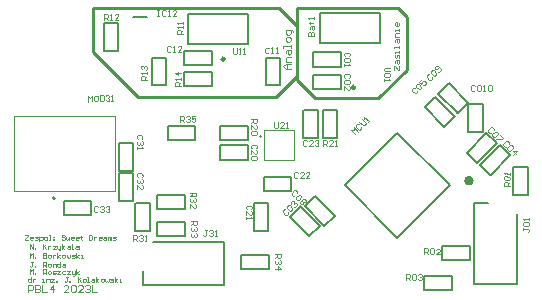
<source format=gto>
G04*
G04 #@! TF.GenerationSoftware,Altium Limited,Altium Designer,23.2.1 (34)*
G04*
G04 Layer_Color=65535*
%FSLAX44Y44*%
%MOMM*%
G71*
G04*
G04 #@! TF.SameCoordinates,05CDDFFE-BE6F-44C6-A9DB-1EEE65DF1ECD*
G04*
G04*
G04 #@! TF.FilePolarity,Positive*
G04*
G01*
G75*
%ADD10C,0.4000*%
%ADD11C,0.2000*%
%ADD12C,0.2500*%
%ADD13C,0.1524*%
%ADD14C,0.1500*%
%ADD15C,0.1000*%
%ADD16C,0.2540*%
D10*
X395138Y101848D02*
G03*
X395138Y101848I-2000J0D01*
G01*
D11*
X40530Y86790D02*
G03*
X42530Y86790I1000J0D01*
G01*
D02*
G03*
X40530Y86790I-1000J0D01*
G01*
X332504Y53234D02*
X377052Y97782D01*
X287956D02*
X332504Y53234D01*
X287956Y97782D02*
X332504Y142330D01*
X377052Y97782D01*
X433440Y14010D02*
Y73660D01*
X397140Y14010D02*
X433440D01*
X397140Y82510D02*
X397140Y14010D01*
X397140Y82510D02*
X408940D01*
X125730Y49900D02*
X185380D01*
Y13600D02*
Y49900D01*
X116880Y13600D02*
X185380D01*
X116880D02*
Y25400D01*
X108960Y240600D02*
X120960D01*
X154940Y217170D02*
X205740D01*
Y242570D01*
X154940D02*
X205740D01*
X154940Y217170D02*
Y242570D01*
X266700Y243840D02*
X317500D01*
X266700Y218440D02*
Y243840D01*
Y218440D02*
X317500D01*
Y243840D01*
D12*
X296610Y180810D02*
G03*
X296610Y180810I-1250J0D01*
G01*
X186210Y204870D02*
G03*
X186210Y204870I-1250J0D01*
G01*
D13*
X109120Y84770D02*
Y108270D01*
X96620D02*
X109120D01*
X96620Y84770D02*
Y108270D01*
X96870Y84770D02*
X108870D01*
X96620Y85020D02*
X96870Y84770D01*
X391309Y125474D02*
X391309Y125828D01*
X391309Y125474D02*
X399794Y116989D01*
X391132Y125651D02*
X407749Y142268D01*
X416588Y133429D01*
X399971Y116812D02*
X416588Y133429D01*
X383442Y158899D02*
X383796D01*
X392281Y167384D01*
X367002Y175339D02*
X383619Y158722D01*
X367002Y175339D02*
X375841Y184178D01*
X392458Y167561D01*
X108870Y133670D02*
X109120Y133420D01*
X96870Y133670D02*
X108870D01*
X109120Y110170D02*
Y133670D01*
X96620Y110170D02*
X109120D01*
X96620D02*
Y133670D01*
X182560Y131980D02*
X206060D01*
X182560Y119480D02*
Y131980D01*
Y119480D02*
X206060D01*
Y119730D02*
Y131730D01*
X205810Y119480D02*
X206060Y119730D01*
X210920Y59370D02*
Y82870D01*
Y59370D02*
X223420D01*
Y82870D01*
X211170D02*
X223170D01*
X223420Y82620D01*
X252830Y138110D02*
Y161610D01*
Y138110D02*
X265330D01*
Y161610D01*
X253080D02*
X265080D01*
X265330Y161360D01*
X411401Y106652D02*
X428018Y123269D01*
X419179Y132108D02*
X428018Y123269D01*
X402562Y115491D02*
X419179Y132108D01*
X402739Y115314D02*
X411224Y106829D01*
X402739Y115314D02*
Y115668D01*
X364411Y172748D02*
X381028Y156131D01*
X355572Y163909D02*
X364411Y172748D01*
X355572Y163909D02*
X372189Y147292D01*
X372366Y147469D02*
X380851Y155954D01*
X372012Y147469D02*
X372366D01*
X392530Y143190D02*
Y166690D01*
Y143190D02*
X405030D01*
Y166690D01*
X392780D02*
X404780D01*
X405030Y166440D01*
X249934Y79861D02*
X250288D01*
X241449Y71376D02*
X249934Y79861D01*
X250111Y80038D02*
X266728Y63421D01*
X257889Y54582D02*
X266728Y63421D01*
X241272Y71199D02*
X257889Y54582D01*
X73310Y72490D02*
X73560Y72740D01*
Y84740D01*
X50060Y72490D02*
X73560D01*
X50060D02*
Y84990D01*
X73560D01*
X262634Y88751D02*
X262988D01*
X254149Y80266D02*
X262634Y88751D01*
X262811Y88928D02*
X279428Y72311D01*
X270589Y63472D02*
X279428Y72311D01*
X253972Y80089D02*
X270589Y63472D01*
X261300Y191420D02*
X261550Y191670D01*
X261300Y179420D02*
Y191420D01*
Y191670D02*
X284800D01*
Y179170D02*
Y191670D01*
X261300Y179170D02*
X284800D01*
X233330Y206060D02*
X233580Y205810D01*
X221330Y206060D02*
X233330D01*
X233580Y182560D02*
Y206060D01*
X221080Y182560D02*
X233580D01*
X221080D02*
Y206060D01*
X175330Y199490D02*
X175580Y199740D01*
Y211740D01*
X152080Y199490D02*
X175580D01*
X152080D02*
Y211990D01*
X175580D01*
X261300Y210470D02*
X261550Y210720D01*
X261300Y198470D02*
Y210470D01*
Y210720D02*
X284800D01*
Y198220D02*
Y210720D01*
X261300Y198220D02*
X284800D01*
X219390Y105060D02*
X219640Y105310D01*
X219390Y93060D02*
Y105060D01*
Y105310D02*
X242890D01*
Y92810D02*
Y105310D01*
X219390Y92810D02*
X242890D01*
D14*
X182560Y135990D02*
X206060D01*
Y148490D01*
X182560D02*
X206060D01*
X182560Y136240D02*
Y148240D01*
X182810Y148490D01*
X110590Y59370D02*
Y82870D01*
Y59370D02*
X123090D01*
Y82870D01*
X110840D02*
X122840D01*
X123090Y82620D01*
X355280Y21490D02*
X378780D01*
X355280Y8990D02*
Y21490D01*
Y8990D02*
X378780D01*
Y9240D02*
Y21240D01*
X378530Y8990D02*
X378780Y9240D01*
X370520Y34390D02*
X394020D01*
X394020Y46890D01*
X370520D02*
X394020D01*
X370520Y34640D02*
Y46640D01*
X370770Y46890D01*
X138110Y135990D02*
X161610D01*
Y148490D01*
X138110D02*
X161610D01*
X138110Y136240D02*
Y148240D01*
X138360Y148490D01*
X152470Y54710D02*
X152720Y54960D01*
Y66960D01*
X129220Y54710D02*
X152720D01*
X129220D02*
Y67210D01*
X152720D01*
X129220Y89820D02*
X129470Y90070D01*
X129220Y77820D02*
Y89820D01*
Y90070D02*
X152720D01*
Y77570D02*
Y90070D01*
X129220Y77570D02*
X152720D01*
X200340Y39020D02*
X200590Y39270D01*
X200340Y27020D02*
Y39020D01*
Y39270D02*
X223840D01*
Y26770D02*
Y39270D01*
X200340Y26770D02*
X223840D01*
X430630Y90100D02*
X430880Y89850D01*
X442880D01*
X430630D02*
Y113350D01*
X443130Y113350D01*
X443130Y89850D01*
X136810Y206060D02*
X137060Y205810D01*
X124810Y206060D02*
X136810D01*
X137060Y182560D02*
Y206060D01*
X124560Y182560D02*
X137060D01*
X124560D02*
Y206060D01*
X83920Y212020D02*
X84170Y211770D01*
X96170D01*
X83920D02*
Y235270D01*
X96420D01*
Y211770D02*
Y235270D01*
X281590Y161610D02*
X281840Y161360D01*
X269590Y161610D02*
X281590D01*
X281840Y138110D02*
Y161610D01*
X269340Y138110D02*
X281840D01*
X269340D02*
Y161610D01*
X175330Y181710D02*
X175580Y181960D01*
Y193960D01*
X152080Y181710D02*
X175580D01*
X152080D02*
Y194210D01*
X175580D01*
D15*
X7530Y156290D02*
X93530D01*
Y93290D02*
Y156290D01*
X7530Y93290D02*
X93530D01*
X7530D02*
Y156290D01*
X219373Y119380D02*
Y139980D01*
Y119380D02*
X245110D01*
Y144780D01*
X219373D02*
X245110D01*
X219373Y139980D02*
Y144780D01*
X23986Y32939D02*
X22653D01*
X23319D01*
Y29606D01*
X22653Y28940D01*
X21986D01*
X21320Y29606D01*
X25319Y28940D02*
Y29606D01*
X25985D01*
Y28940D01*
X25319D01*
X32650D02*
Y32939D01*
X34649D01*
X35315Y32272D01*
Y30939D01*
X34649Y30273D01*
X32650D01*
X33983D02*
X35315Y28940D01*
X37315D02*
X38648D01*
X39314Y29606D01*
Y30939D01*
X38648Y31606D01*
X37315D01*
X36648Y30939D01*
Y29606D01*
X37315Y28940D01*
X40647D02*
Y31606D01*
X42646D01*
X43313Y30939D01*
Y28940D01*
X47312Y32939D02*
Y28940D01*
X45312D01*
X44646Y29606D01*
Y30939D01*
X45312Y31606D01*
X47312D01*
X49311D02*
X50644D01*
X51310Y30939D01*
Y28940D01*
X49311D01*
X48644Y29606D01*
X49311Y30273D01*
X51310D01*
X21320Y36560D02*
Y40559D01*
X22653Y39226D01*
X23986Y40559D01*
Y36560D01*
X25319D02*
Y37226D01*
X25985D01*
Y36560D01*
X25319D01*
X32650Y40559D02*
Y36560D01*
X34649D01*
X35315Y37226D01*
Y37893D01*
X34649Y38559D01*
X32650D01*
X34649D01*
X35315Y39226D01*
Y39892D01*
X34649Y40559D01*
X32650D01*
X37315Y36560D02*
X38648D01*
X39314Y37226D01*
Y38559D01*
X38648Y39226D01*
X37315D01*
X36648Y38559D01*
Y37226D01*
X37315Y36560D01*
X40647Y39226D02*
Y36560D01*
Y37893D01*
X41314Y38559D01*
X41980Y39226D01*
X42646D01*
X44646Y36560D02*
Y40559D01*
Y37893D02*
X46645Y39226D01*
X44646Y37893D02*
X46645Y36560D01*
X49311D02*
X50644D01*
X51310Y37226D01*
Y38559D01*
X50644Y39226D01*
X49311D01*
X48644Y38559D01*
Y37226D01*
X49311Y36560D01*
X52643Y39226D02*
Y37226D01*
X53310Y36560D01*
X53976Y37226D01*
X54643Y36560D01*
X55309Y37226D01*
Y39226D01*
X56642Y36560D02*
X58641D01*
X59308Y37226D01*
X58641Y37893D01*
X57308D01*
X56642Y38559D01*
X57308Y39226D01*
X59308D01*
X60641Y36560D02*
Y40559D01*
Y37893D02*
X62640Y39226D01*
X60641Y37893D02*
X62640Y36560D01*
X64639D02*
X65972D01*
X65306D01*
Y39226D01*
X64639D01*
X21320Y22653D02*
Y26652D01*
X22653Y25319D01*
X23986Y26652D01*
Y22653D01*
X25319D02*
Y23319D01*
X25985D01*
Y22653D01*
X25319D01*
X32650D02*
Y26652D01*
X34649D01*
X35315Y25985D01*
Y24652D01*
X34649Y23986D01*
X32650D01*
X33983D02*
X35315Y22653D01*
X37315D02*
X38648D01*
X39314Y23319D01*
Y24652D01*
X38648Y25319D01*
X37315D01*
X36648Y24652D01*
Y23319D01*
X37315Y22653D01*
X40647D02*
X42646D01*
X43313Y23319D01*
X42646Y23986D01*
X41314D01*
X40647Y24652D01*
X41314Y25319D01*
X43313D01*
X44646D02*
X47312D01*
X44646Y22653D01*
X47312D01*
X51310Y25319D02*
X49311D01*
X48644Y24652D01*
Y23319D01*
X49311Y22653D01*
X51310D01*
X52643Y25319D02*
X55309D01*
X52643Y22653D01*
X55309D01*
X56642Y25319D02*
Y23319D01*
X57308Y22653D01*
X59308D01*
Y21986D01*
X58641Y21320D01*
X57975D01*
X59308Y22653D02*
Y25319D01*
X60641Y22653D02*
Y26652D01*
Y23986D02*
X62640Y25319D01*
X60641Y23986D02*
X62640Y22653D01*
X22716Y20239D02*
Y16240D01*
X20716D01*
X20050Y16906D01*
Y18239D01*
X20716Y18906D01*
X22716D01*
X24049D02*
Y16240D01*
Y17573D01*
X24715Y18239D01*
X25382Y18906D01*
X26048D01*
X32046Y16240D02*
X33379D01*
X32713D01*
Y18906D01*
X32046D01*
X35378Y16240D02*
Y18906D01*
X37378D01*
X38044Y18239D01*
Y16240D01*
X39377Y18906D02*
X42043D01*
X39377Y16240D01*
X42043D01*
X43376D02*
Y16906D01*
X44042D01*
Y16240D01*
X43376D01*
X53373Y20239D02*
X52040D01*
X52706D01*
Y16906D01*
X52040Y16240D01*
X51373D01*
X50707Y16906D01*
X54705Y16240D02*
Y16906D01*
X55372D01*
Y16240D01*
X54705D01*
X62036Y20239D02*
Y16240D01*
Y17573D01*
X64702Y20239D01*
X62703Y18239D01*
X64702Y16240D01*
X66701D02*
X68034D01*
X68701Y16906D01*
Y18239D01*
X68034Y18906D01*
X66701D01*
X66035Y18239D01*
Y16906D01*
X66701Y16240D01*
X70034D02*
X71367D01*
X70700D01*
Y20239D01*
X70034D01*
X74032Y18906D02*
X75365D01*
X76032Y18239D01*
Y16240D01*
X74032D01*
X73366Y16906D01*
X74032Y17573D01*
X76032D01*
X77365Y16240D02*
Y20239D01*
Y17573D02*
X79364Y18906D01*
X77365Y17573D02*
X79364Y16240D01*
X82030D02*
X83363D01*
X84029Y16906D01*
Y18239D01*
X83363Y18906D01*
X82030D01*
X81363Y18239D01*
Y16906D01*
X82030Y16240D01*
X85362Y18906D02*
Y16906D01*
X86028Y16240D01*
X86695Y16906D01*
X87361Y16240D01*
X88028Y16906D01*
Y18906D01*
X89361Y16240D02*
X91360D01*
X92027Y16906D01*
X91360Y17573D01*
X90027D01*
X89361Y18239D01*
X90027Y18906D01*
X92027D01*
X93359Y16240D02*
Y20239D01*
Y17573D02*
X95359Y18906D01*
X93359Y17573D02*
X95359Y16240D01*
X97358D02*
X98691D01*
X98025D01*
Y18906D01*
X97358D01*
X20050Y7350D02*
Y13348D01*
X23049D01*
X24049Y12348D01*
Y10349D01*
X23049Y9349D01*
X20050D01*
X26048Y13348D02*
Y7350D01*
X29047D01*
X30047Y8350D01*
Y9349D01*
X29047Y10349D01*
X26048D01*
X29047D01*
X30047Y11349D01*
Y12348D01*
X29047Y13348D01*
X26048D01*
X32046D02*
Y7350D01*
X36045D01*
X41043D02*
Y13348D01*
X38044Y10349D01*
X42043D01*
X54039Y7350D02*
X50040D01*
X54039Y11349D01*
Y12348D01*
X53039Y13348D01*
X51040D01*
X50040Y12348D01*
X56038D02*
X57038Y13348D01*
X59037D01*
X60037Y12348D01*
Y8350D01*
X59037Y7350D01*
X57038D01*
X56038Y8350D01*
Y12348D01*
X66035Y7350D02*
X62036D01*
X66035Y11349D01*
Y12348D01*
X65035Y13348D01*
X63036D01*
X62036Y12348D01*
X68035D02*
X69034Y13348D01*
X71034D01*
X72033Y12348D01*
Y11349D01*
X71034Y10349D01*
X70034D01*
X71034D01*
X72033Y9349D01*
Y8350D01*
X71034Y7350D01*
X69034D01*
X68035Y8350D01*
X74033Y13348D02*
Y7350D01*
X78031D01*
X17510Y55862D02*
X20176D01*
Y55195D01*
X17510Y52529D01*
Y51863D01*
X20176D01*
X23508D02*
X22175D01*
X21509Y52529D01*
Y53862D01*
X22175Y54529D01*
X23508D01*
X24174Y53862D01*
Y53196D01*
X21509D01*
X25507Y51863D02*
X27507D01*
X28173Y52529D01*
X27507Y53196D01*
X26174D01*
X25507Y53862D01*
X26174Y54529D01*
X28173D01*
X29506Y50530D02*
Y54529D01*
X31505D01*
X32172Y53862D01*
Y52529D01*
X31505Y51863D01*
X29506D01*
X34171D02*
X35504D01*
X36171Y52529D01*
Y53862D01*
X35504Y54529D01*
X34171D01*
X33505Y53862D01*
Y52529D01*
X34171Y51863D01*
X37503D02*
X38836D01*
X38170D01*
Y55862D01*
X37503D01*
X40836Y54529D02*
X41502D01*
Y53862D01*
X40836D01*
Y54529D01*
Y52529D02*
X41502D01*
Y51863D01*
X40836D01*
Y52529D01*
X50833Y55195D02*
X50166Y55862D01*
X48833D01*
X48167Y55195D01*
Y54529D01*
X48833Y53862D01*
X50166D01*
X50833Y53196D01*
Y52529D01*
X50166Y51863D01*
X48833D01*
X48167Y52529D01*
X52165Y54529D02*
Y52529D01*
X52832Y51863D01*
X53498Y52529D01*
X54165Y51863D01*
X54831Y52529D01*
Y54529D01*
X58163Y51863D02*
X56831D01*
X56164Y52529D01*
Y53862D01*
X56831Y54529D01*
X58163D01*
X58830Y53862D01*
Y53196D01*
X56164D01*
X62162Y51863D02*
X60829D01*
X60163Y52529D01*
Y53862D01*
X60829Y54529D01*
X62162D01*
X62829Y53862D01*
Y53196D01*
X60163D01*
X64828Y55195D02*
Y54529D01*
X64162D01*
X65494D01*
X64828D01*
Y52529D01*
X65494Y51863D01*
X71492Y55862D02*
Y51863D01*
X73492D01*
X74158Y52529D01*
Y55195D01*
X73492Y55862D01*
X71492D01*
X75491Y54529D02*
Y51863D01*
Y53196D01*
X76158Y53862D01*
X76824Y54529D01*
X77491D01*
X81489Y51863D02*
X80156D01*
X79490Y52529D01*
Y53862D01*
X80156Y54529D01*
X81489D01*
X82156Y53862D01*
Y53196D01*
X79490D01*
X84155Y54529D02*
X85488D01*
X86154Y53862D01*
Y51863D01*
X84155D01*
X83489Y52529D01*
X84155Y53196D01*
X86154D01*
X87487Y51863D02*
Y54529D01*
X88154D01*
X88820Y53862D01*
Y51863D01*
Y53862D01*
X89487Y54529D01*
X90153Y53862D01*
Y51863D01*
X91486D02*
X93485D01*
X94152Y52529D01*
X93485Y53196D01*
X92152D01*
X91486Y53862D01*
X92152Y54529D01*
X94152D01*
X21320Y44243D02*
Y48242D01*
X23986Y44243D01*
Y48242D01*
X25319Y44243D02*
Y44909D01*
X25985D01*
Y44243D01*
X25319D01*
X32650Y48242D02*
Y44243D01*
Y45576D01*
X35315Y48242D01*
X33316Y46242D01*
X35315Y44243D01*
X36648Y46909D02*
Y44243D01*
Y45576D01*
X37315Y46242D01*
X37981Y46909D01*
X38648D01*
X40647D02*
X43313D01*
X40647Y44243D01*
X43313D01*
X44646Y46909D02*
Y44909D01*
X45312Y44243D01*
X47312D01*
Y43576D01*
X46645Y42910D01*
X45979D01*
X47312Y44243D02*
Y46909D01*
X48644Y44243D02*
Y48242D01*
Y45576D02*
X50644Y46909D01*
X48644Y45576D02*
X50644Y44243D01*
X53310Y46909D02*
X54643D01*
X55309Y46242D01*
Y44243D01*
X53310D01*
X52643Y44909D01*
X53310Y45576D01*
X55309D01*
X56642Y44243D02*
X57975D01*
X57308D01*
Y48242D01*
X56642D01*
X60641Y46909D02*
X61973D01*
X62640Y46242D01*
Y44243D01*
X60641D01*
X59974Y44909D01*
X60641Y45576D01*
X62640D01*
X242111Y196580D02*
X238112D01*
X236113Y198579D01*
X238112Y200579D01*
X242111D01*
X239112D01*
Y196580D01*
X242111Y202578D02*
X238112D01*
Y205577D01*
X239112Y206577D01*
X242111D01*
X238112Y209576D02*
Y211575D01*
X239112Y212575D01*
X242111D01*
Y209576D01*
X241111Y208576D01*
X240111Y209576D01*
Y212575D01*
X242111Y214574D02*
Y216574D01*
Y215574D01*
X236113D01*
Y214574D01*
X242111Y220572D02*
Y222572D01*
X241111Y223571D01*
X239112D01*
X238112Y222572D01*
Y220572D01*
X239112Y219573D01*
X241111D01*
X242111Y220572D01*
X244110Y227570D02*
Y228570D01*
X243110Y229569D01*
X238112D01*
Y226570D01*
X239112Y225571D01*
X241111D01*
X242111Y226570D01*
Y229569D01*
X329282Y195310D02*
Y198642D01*
X330115D01*
X333447Y195310D01*
X334280D01*
Y198642D01*
X330948Y201141D02*
Y202808D01*
X331781Y203641D01*
X334280D01*
Y201141D01*
X333447Y200308D01*
X332614Y201141D01*
Y203641D01*
X334280Y205307D02*
Y207806D01*
X333447Y208639D01*
X332614Y207806D01*
Y206140D01*
X331781Y205307D01*
X330948Y206140D01*
Y208639D01*
X334280Y210305D02*
Y211971D01*
Y211138D01*
X330948D01*
Y210305D01*
X334280Y214470D02*
Y216136D01*
Y215303D01*
X329282D01*
Y214470D01*
X330948Y219469D02*
Y221135D01*
X331781Y221968D01*
X334280D01*
Y219469D01*
X333447Y218636D01*
X332614Y219469D01*
Y221968D01*
X334280Y223634D02*
X330948D01*
Y226133D01*
X331781Y226966D01*
X334280D01*
Y228633D02*
Y230299D01*
Y229466D01*
X330948D01*
Y228633D01*
X334280Y235297D02*
Y233631D01*
X333447Y232798D01*
X331781D01*
X330948Y233631D01*
Y235297D01*
X331781Y236130D01*
X332614D01*
Y232798D01*
X414112Y144504D02*
X414112Y145682D01*
X412934Y146861D01*
X411756Y146861D01*
X409399Y144504D01*
Y143326D01*
X410578Y142148D01*
X411756D01*
X415290Y143326D02*
X416468Y143326D01*
X417646Y142148D01*
Y140970D01*
X415290Y138614D01*
X414112D01*
X412934Y139792D01*
Y140970D01*
X415290Y143326D01*
X419413Y140381D02*
X421770Y138025D01*
X421181Y137436D01*
X416468D01*
X415879Y136847D01*
X359686Y191862D02*
X358507Y191862D01*
X357329Y190684D01*
X357329Y189506D01*
X359686Y187149D01*
X360864D01*
X362042Y188328D01*
Y189506D01*
X360864Y193040D02*
X360864Y194218D01*
X362042Y195396D01*
X363220D01*
X365576Y193040D01*
Y191862D01*
X364398Y190684D01*
X363220D01*
X360864Y193040D01*
X366754Y194218D02*
X367933D01*
X369111Y195396D01*
Y196574D01*
X366754Y198931D01*
X365576D01*
X364398Y197752D01*
Y196574D01*
X364987Y195985D01*
X366165D01*
X367933Y197752D01*
X227849Y151089D02*
Y146924D01*
X228682Y146091D01*
X230348D01*
X231181Y146924D01*
Y151089D01*
X236179Y146091D02*
X232847D01*
X236179Y149423D01*
Y150256D01*
X235346Y151089D01*
X233680D01*
X232847Y150256D01*
X237845Y146091D02*
X239511D01*
X238678D01*
Y151089D01*
X237845Y150256D01*
X296751Y140995D02*
X293271Y144583D01*
X295627Y144547D01*
X295662Y146903D01*
X299143Y143316D01*
X299830Y149786D02*
X298652Y149804D01*
X297456Y148643D01*
X297438Y147465D01*
X299759Y145074D01*
X300937Y145056D01*
X302132Y146216D01*
X302150Y147394D01*
X300445Y151544D02*
X303346Y148554D01*
X304524Y148537D01*
X305720Y149697D01*
X305737Y150875D01*
X302837Y153864D01*
X307513Y151437D02*
X308709Y152597D01*
X308111Y152017D01*
X304631Y155605D01*
X304613Y154427D01*
X193045Y214439D02*
Y210274D01*
X193878Y209441D01*
X195544D01*
X196377Y210274D01*
Y214439D01*
X198043Y209441D02*
X199709D01*
X198876D01*
Y214439D01*
X198043Y213606D01*
X202209Y209441D02*
X203875D01*
X203042D01*
Y214439D01*
X202209Y213606D01*
X326349Y197601D02*
X322184D01*
X321351Y196768D01*
Y195102D01*
X322184Y194269D01*
X326349D01*
X325516Y192603D02*
X326349Y191770D01*
Y190104D01*
X325516Y189271D01*
X322184D01*
X321351Y190104D01*
Y191770D01*
X322184Y192603D01*
X325516D01*
X321351Y187605D02*
Y185938D01*
Y186772D01*
X326349D01*
X325516Y187605D01*
X148272Y151180D02*
X148279Y156178D01*
X150778Y156175D01*
X151610Y155341D01*
X151608Y153675D01*
X150774Y152843D01*
X148274Y152846D01*
X149941Y152844D02*
X151604Y151175D01*
X153276Y155338D02*
X154110Y156170D01*
X155777Y156168D01*
X156608Y155334D01*
X156607Y154501D01*
X155773Y153669D01*
X154940Y153670D01*
X155773Y153669D01*
X156605Y152835D01*
X156604Y152002D01*
X155770Y151170D01*
X154103Y151172D01*
X153272Y152006D01*
X161608Y156160D02*
X158276Y156165D01*
X158272Y153665D01*
X159939Y154496D01*
X160773Y154495D01*
X161604Y153661D01*
X161602Y151995D01*
X160768Y151163D01*
X159102Y151165D01*
X158270Y151999D01*
X228641Y39685D02*
X233639D01*
Y37185D01*
X232806Y36352D01*
X231140D01*
X230307Y37185D01*
Y39685D01*
Y38018D02*
X228641Y36352D01*
X232806Y34686D02*
X233639Y33853D01*
Y32187D01*
X232806Y31354D01*
X231973D01*
X231140Y32187D01*
Y33020D01*
Y32187D01*
X230307Y31354D01*
X229474D01*
X228641Y32187D01*
Y33853D01*
X229474Y34686D01*
X228641Y27189D02*
X233639D01*
X231140Y29688D01*
Y26356D01*
X157560Y67585D02*
X162558D01*
Y65086D01*
X161725Y64253D01*
X160059D01*
X159226Y65086D01*
Y67585D01*
Y65919D02*
X157560Y64253D01*
X161725Y62587D02*
X162558Y61754D01*
Y60088D01*
X161725Y59255D01*
X160892D01*
X160059Y60088D01*
Y60921D01*
Y60088D01*
X159226Y59255D01*
X158393D01*
X157560Y60088D01*
Y61754D01*
X158393Y62587D01*
X161725Y57589D02*
X162558Y56755D01*
Y55089D01*
X161725Y54256D01*
X160892D01*
X160059Y55089D01*
Y55922D01*
Y55089D01*
X159226Y54256D01*
X158393D01*
X157560Y55089D01*
Y56755D01*
X158393Y57589D01*
X156671Y91755D02*
X161670D01*
Y89255D01*
X160836Y88422D01*
X159170D01*
X158337Y89255D01*
Y91755D01*
Y90088D02*
X156671Y88422D01*
X160836Y86756D02*
X161670Y85923D01*
Y84257D01*
X160836Y83424D01*
X160003D01*
X159170Y84257D01*
Y85090D01*
Y84257D01*
X158337Y83424D01*
X157504D01*
X156671Y84257D01*
Y85923D01*
X157504Y86756D01*
X156671Y78425D02*
Y81758D01*
X160003Y78425D01*
X160836D01*
X161670Y79258D01*
Y80925D01*
X160836Y81758D01*
X108460Y50861D02*
X108477Y55859D01*
X110976Y55851D01*
X111806Y55015D01*
X111801Y53348D01*
X110965Y52518D01*
X108466Y52527D01*
X110132Y52521D02*
X111792Y50849D01*
X113473Y55009D02*
X114309Y55839D01*
X115975Y55834D01*
X116805Y54998D01*
X116802Y54165D01*
X115966Y53334D01*
X115133Y53337D01*
X115966Y53334D01*
X116796Y52498D01*
X116793Y51665D01*
X115958Y50835D01*
X114291Y50841D01*
X113461Y51677D01*
X118457Y50827D02*
X120123Y50821D01*
X119290Y50824D01*
X119307Y55822D01*
X118471Y54992D01*
X269759Y130851D02*
Y135849D01*
X272258D01*
X273091Y135016D01*
Y133350D01*
X272258Y132517D01*
X269759D01*
X271425D02*
X273091Y130851D01*
X278089D02*
X274757D01*
X278089Y134183D01*
Y135016D01*
X277256Y135849D01*
X275590D01*
X274757Y135016D01*
X279755Y130851D02*
X281421D01*
X280588D01*
Y135849D01*
X279755Y135016D01*
X208321Y153984D02*
X213319D01*
Y151485D01*
X212486Y150652D01*
X210820D01*
X209987Y151485D01*
Y153984D01*
Y152318D02*
X208321Y150652D01*
Y145654D02*
Y148986D01*
X211653Y145654D01*
X212486D01*
X213319Y146487D01*
Y148153D01*
X212486Y148986D01*
Y143988D02*
X213319Y143155D01*
Y141489D01*
X212486Y140655D01*
X209154D01*
X208321Y141489D01*
Y143155D01*
X209154Y143988D01*
X212486D01*
X148969Y181712D02*
X143971D01*
Y184211D01*
X144804Y185044D01*
X146470D01*
X147303Y184211D01*
Y181712D01*
Y183378D02*
X148969Y185044D01*
Y186710D02*
Y188377D01*
Y187544D01*
X143971D01*
X144804Y186710D01*
X148969Y193375D02*
X143971D01*
X146470Y190876D01*
Y194208D01*
X120514Y186755D02*
X115516Y186831D01*
X115554Y189330D01*
X116400Y190150D01*
X118066Y190125D01*
X118886Y189279D01*
X118848Y186780D01*
X118873Y188446D02*
X120565Y190087D01*
X120590Y191753D02*
X120615Y193419D01*
X120603Y192586D01*
X115605Y192661D01*
X116425Y191816D01*
X116488Y195981D02*
X115668Y196826D01*
X115693Y198492D01*
X116539Y199313D01*
X117372Y199300D01*
X118192Y198454D01*
X118180Y197621D01*
X118192Y198454D01*
X119038Y199275D01*
X119871Y199262D01*
X120691Y198416D01*
X120666Y196751D01*
X119820Y195930D01*
X83922Y237531D02*
Y242529D01*
X86421D01*
X87254Y241696D01*
Y240030D01*
X86421Y239197D01*
X83922D01*
X85588D02*
X87254Y237531D01*
X88920D02*
X90587D01*
X89754D01*
Y242529D01*
X88920Y241696D01*
X96418Y237531D02*
X93086D01*
X96418Y240863D01*
Y241696D01*
X95585Y242529D01*
X93919D01*
X93086Y241696D01*
X151089Y225725D02*
X146091D01*
Y228224D01*
X146924Y229057D01*
X148590D01*
X149423Y228224D01*
Y225725D01*
Y227391D02*
X151089Y229057D01*
Y230723D02*
Y232390D01*
Y231556D01*
X146091D01*
X146924Y230723D01*
X151089Y234889D02*
Y236555D01*
Y235722D01*
X146091D01*
X146924Y234889D01*
X340159Y17538D02*
X339945Y22532D01*
X342442Y22639D01*
X343310Y21842D01*
X343381Y20178D01*
X342584Y19310D01*
X340087Y19203D01*
X341752Y19274D02*
X343488Y17681D01*
X344974Y21913D02*
X345771Y22781D01*
X347435Y22852D01*
X348303Y22056D01*
X348446Y18727D01*
X347649Y17859D01*
X345985Y17787D01*
X345117Y18584D01*
X344974Y21913D01*
X349968Y22127D02*
X350765Y22995D01*
X352429Y23066D01*
X353297Y22269D01*
X353333Y21437D01*
X352536Y20569D01*
X351704Y20534D01*
X352536Y20569D01*
X353404Y19773D01*
X353440Y18940D01*
X352643Y18072D01*
X350978Y18001D01*
X350110Y18798D01*
X355264Y39469D02*
X355308Y44467D01*
X357807Y44446D01*
X358633Y43605D01*
X358618Y41939D01*
X357778Y41113D01*
X355279Y41135D01*
X356945Y41121D02*
X358596Y39440D01*
X360299Y43591D02*
X361139Y44416D01*
X362805Y44402D01*
X363631Y43562D01*
X363601Y40229D01*
X362761Y39404D01*
X361095Y39418D01*
X360269Y40258D01*
X360299Y43591D01*
X368592Y39353D02*
X365260Y39382D01*
X368621Y42685D01*
X368629Y43518D01*
X367803Y44358D01*
X366137Y44373D01*
X365297Y43547D01*
X427865Y97003D02*
X422867Y97075D01*
X422903Y99574D01*
X423748Y100395D01*
X425414Y100371D01*
X426235Y99526D01*
X426199Y97027D01*
X426223Y98693D02*
X427913Y100335D01*
X423772Y102061D02*
X422951Y102906D01*
X422975Y104572D01*
X423820Y105393D01*
X427152Y105345D01*
X427973Y104500D01*
X427949Y102834D01*
X427104Y102013D01*
X423772Y102061D01*
X428009Y106999D02*
X428033Y108665D01*
X428021Y107832D01*
X423023Y107904D01*
X423844Y107059D01*
X70477Y168836D02*
X70424Y173834D01*
X72108Y172186D01*
X73756Y173869D01*
X73809Y168871D01*
X77921Y173914D02*
X76255Y173896D01*
X75431Y173054D01*
X75467Y169722D01*
X76308Y168898D01*
X77975Y168916D01*
X78799Y169757D01*
X78763Y173090D01*
X77921Y173914D01*
X80420Y173940D02*
X80474Y168942D01*
X82973Y168969D01*
X83797Y169811D01*
X83761Y173143D01*
X82920Y173967D01*
X80420Y173940D01*
X85427Y173160D02*
X86251Y174002D01*
X87918Y174020D01*
X88759Y173196D01*
X88768Y172363D01*
X87944Y171521D01*
X87111Y171512D01*
X87944Y171521D01*
X88786Y170697D01*
X88795Y169864D01*
X87971Y169022D01*
X86305Y169004D01*
X85463Y169828D01*
X90470Y169048D02*
X92136Y169066D01*
X91303Y169057D01*
X91250Y174055D01*
X90425Y173214D01*
X171491Y59649D02*
X169825D01*
X170658D01*
Y55484D01*
X169825Y54651D01*
X168992D01*
X168159Y55484D01*
X173157Y58816D02*
X173990Y59649D01*
X175656D01*
X176489Y58816D01*
Y57983D01*
X175656Y57150D01*
X174823D01*
X175656D01*
X176489Y56317D01*
Y55484D01*
X175656Y54651D01*
X173990D01*
X173157Y55484D01*
X178155Y54651D02*
X179821D01*
X178988D01*
Y59649D01*
X178155Y58816D01*
X438770Y61670D02*
Y60004D01*
Y60837D01*
X442935D01*
X443768Y60004D01*
Y59171D01*
X442935Y58338D01*
X439603Y63336D02*
X438770Y64169D01*
Y65835D01*
X439603Y66668D01*
X442935D01*
X443768Y65835D01*
Y64169D01*
X442935Y63336D01*
X439603D01*
X443768Y68334D02*
Y70001D01*
Y69168D01*
X438770D01*
X439603Y68334D01*
X128832Y246347D02*
X130498Y246346D01*
X129665Y246346D01*
X129660Y241348D01*
X128827Y241349D01*
X130493Y241347D01*
X136329Y245507D02*
X135496Y246341D01*
X133830Y246342D01*
X132996Y245510D01*
X132993Y242178D01*
X133825Y241344D01*
X135491Y241342D01*
X136325Y242175D01*
X137991Y241340D02*
X139657Y241338D01*
X138824Y241339D01*
X138829Y246338D01*
X137995Y245505D01*
X145488Y241333D02*
X142156Y241336D01*
X145492Y244665D01*
X145492Y245498D01*
X144660Y246332D01*
X142994Y246334D01*
X142160Y245501D01*
X78798Y79136D02*
X77965Y79969D01*
X76298D01*
X75465Y79136D01*
Y75804D01*
X76298Y74971D01*
X77965D01*
X78798Y75804D01*
X80464Y79136D02*
X81297Y79969D01*
X82963D01*
X83796Y79136D01*
Y78303D01*
X82963Y77470D01*
X82130D01*
X82963D01*
X83796Y76637D01*
Y75804D01*
X82963Y74971D01*
X81297D01*
X80464Y75804D01*
X85462Y79136D02*
X86295Y79969D01*
X87961D01*
X88794Y79136D01*
Y78303D01*
X87961Y77470D01*
X87128D01*
X87961D01*
X88794Y76637D01*
Y75804D01*
X87961Y74971D01*
X86295D01*
X85462Y75804D01*
X115925Y104952D02*
X116748Y105795D01*
X116728Y107462D01*
X115885Y108284D01*
X112552Y108244D01*
X111730Y107400D01*
X111750Y105734D01*
X112593Y104912D01*
X115946Y103286D02*
X116789Y102464D01*
X116809Y100798D01*
X115986Y99954D01*
X115153Y99944D01*
X114310Y100767D01*
X114300Y101600D01*
X114310Y100767D01*
X113487Y99924D01*
X112654Y99914D01*
X111811Y100736D01*
X111791Y102402D01*
X112614Y103246D01*
X111883Y94905D02*
X111842Y98237D01*
X115215Y94946D01*
X116048Y94956D01*
X116870Y95800D01*
X116850Y97465D01*
X116007Y98288D01*
X115913Y137154D02*
X116728Y138004D01*
X116693Y139670D01*
X115843Y140485D01*
X112512Y140415D01*
X111696Y139565D01*
X111731Y137899D01*
X112582Y137084D01*
X115948Y135488D02*
X116799Y134673D01*
X116834Y133007D01*
X116018Y132156D01*
X115185Y132139D01*
X114335Y132954D01*
X114318Y133787D01*
X114335Y132954D01*
X113520Y132104D01*
X112687Y132086D01*
X111837Y132902D01*
X111801Y134567D01*
X112617Y135418D01*
X111889Y130403D02*
X111924Y128737D01*
X111907Y129570D01*
X116904Y129675D01*
X116053Y130491D01*
X255748Y135016D02*
X254915Y135849D01*
X253249D01*
X252416Y135016D01*
Y131684D01*
X253249Y130851D01*
X254915D01*
X255748Y131684D01*
X260746Y130851D02*
X257414D01*
X260746Y134183D01*
Y135016D01*
X259913Y135849D01*
X258247D01*
X257414Y135016D01*
X262412D02*
X263245Y135849D01*
X264911D01*
X265744Y135016D01*
Y134183D01*
X264911Y133350D01*
X264078D01*
X264911D01*
X265744Y132517D01*
Y131684D01*
X264911Y130851D01*
X263245D01*
X262412Y131684D01*
X248128Y108346D02*
X247295Y109179D01*
X245629D01*
X244795Y108346D01*
Y105014D01*
X245629Y104181D01*
X247295D01*
X248128Y105014D01*
X253126Y104181D02*
X249794D01*
X253126Y107513D01*
Y108346D01*
X252293Y109179D01*
X250627D01*
X249794Y108346D01*
X258125Y104181D02*
X254792D01*
X258125Y107513D01*
Y108346D01*
X257291Y109179D01*
X255625D01*
X254792Y108346D01*
X208676Y77429D02*
X209509Y78262D01*
Y79928D01*
X208676Y80761D01*
X205344D01*
X204511Y79928D01*
Y78262D01*
X205344Y77429D01*
X204511Y72431D02*
Y75763D01*
X207843Y72431D01*
X208676D01*
X209509Y73264D01*
Y74930D01*
X208676Y75763D01*
X204511Y70765D02*
Y69099D01*
Y69932D01*
X209509D01*
X208676Y70765D01*
X212486Y129062D02*
X213319Y129895D01*
Y131561D01*
X212486Y132395D01*
X209154D01*
X208321Y131561D01*
Y129895D01*
X209154Y129062D01*
X208321Y124064D02*
Y127396D01*
X211653Y124064D01*
X212486D01*
X213319Y124897D01*
Y126563D01*
X212486Y127396D01*
Y122398D02*
X213319Y121565D01*
Y119899D01*
X212486Y119066D01*
X209154D01*
X208321Y119899D01*
Y121565D01*
X209154Y122398D01*
X212486D01*
X140594Y215026D02*
X139761Y215859D01*
X138095D01*
X137262Y215026D01*
Y211694D01*
X138095Y210861D01*
X139761D01*
X140594Y211694D01*
X142260Y210861D02*
X143926D01*
X143094D01*
Y215859D01*
X142260Y215026D01*
X149758Y210861D02*
X146426D01*
X149758Y214193D01*
Y215026D01*
X148925Y215859D01*
X147259D01*
X146426Y215026D01*
X223967Y213743D02*
X223129Y214571D01*
X221462Y214560D01*
X220635Y213722D01*
X220656Y210390D01*
X221494Y209562D01*
X223160Y209572D01*
X223988Y210411D01*
X225659Y209588D02*
X227325Y209599D01*
X226492Y209594D01*
X226461Y214592D01*
X225633Y213753D01*
X229825Y209615D02*
X231491Y209625D01*
X230658Y209620D01*
X230626Y214618D01*
X229798Y213780D01*
X398410Y181889D02*
X397560Y182704D01*
X395894Y182668D01*
X395079Y181817D01*
X395151Y178486D01*
X396002Y177671D01*
X397667Y177707D01*
X398482Y178557D01*
X400076Y181925D02*
X400891Y182776D01*
X402557Y182812D01*
X403408Y181997D01*
X403479Y178665D01*
X402664Y177815D01*
X400999Y177778D01*
X400148Y178593D01*
X400076Y181925D01*
X405163Y177868D02*
X406829Y177904D01*
X405996Y177886D01*
X405888Y182883D01*
X405073Y182033D01*
X409238Y182122D02*
X410053Y182973D01*
X411718Y183009D01*
X412569Y182194D01*
X412641Y178863D01*
X411826Y178012D01*
X410160Y177976D01*
X409310Y178791D01*
X409238Y182122D01*
X247742Y91164D02*
X247742Y92343D01*
X246564Y93521D01*
X245386Y93521D01*
X243029Y91164D01*
Y89986D01*
X244207Y88808D01*
X245386D01*
X248920Y89986D02*
X250098Y89986D01*
X251276Y88808D01*
Y87630D01*
X248920Y85274D01*
X247742D01*
X246564Y86452D01*
Y87630D01*
X248920Y89986D01*
X252454Y86452D02*
X253633D01*
X254811Y85274D01*
Y84096D01*
X254222Y83507D01*
X253043D01*
Y82328D01*
X252454Y81739D01*
X251276D01*
X250098Y82917D01*
Y84096D01*
X250687Y84685D01*
X251865D01*
Y85863D01*
X252454Y86452D01*
X251865Y84685D02*
X253043Y83507D01*
X347065Y180353D02*
X345887Y180353D01*
X344709Y179175D01*
X344709Y177997D01*
X347065Y175640D01*
X348243D01*
X349421Y176818D01*
Y177997D01*
X348243Y181531D02*
X348243Y182709D01*
X349421Y183887D01*
X350599D01*
X352955Y181531D01*
Y180353D01*
X351777Y179175D01*
X350599D01*
X348243Y181531D01*
X353545Y188011D02*
X351188Y185654D01*
X352955Y183887D01*
X353545Y185654D01*
X354133Y186243D01*
X355312D01*
X356490Y185065D01*
Y183887D01*
X355312Y182709D01*
X354133D01*
X426812Y133074D02*
X426812Y134253D01*
X425634Y135431D01*
X424456Y135431D01*
X422099Y133074D01*
Y131896D01*
X423278Y130718D01*
X424456D01*
X427990Y131896D02*
X429168Y131896D01*
X430346Y130718D01*
Y129540D01*
X427990Y127184D01*
X426812D01*
X425634Y128362D01*
Y129540D01*
X427990Y131896D01*
X430346Y123649D02*
X433881Y127184D01*
X430346D01*
X432702Y124827D01*
X237766Y77562D02*
X236588Y77562D01*
X235409Y76384D01*
X235409Y75206D01*
X237766Y72849D01*
X238944D01*
X240122Y74028D01*
Y75206D01*
X238944Y78740D02*
X238944Y79918D01*
X240122Y81096D01*
X241300D01*
X243656Y78740D01*
Y77562D01*
X242478Y76384D01*
X241300D01*
X238944Y78740D01*
X242478Y82274D02*
Y83453D01*
X243656Y84631D01*
X244834D01*
X245423Y84042D01*
Y82863D01*
X244834Y82274D01*
X245423Y82863D01*
X246602D01*
X247191Y82274D01*
Y81096D01*
X246012Y79918D01*
X244834D01*
X291226Y188752D02*
X292059Y189585D01*
Y191251D01*
X291226Y192085D01*
X287894D01*
X287061Y191251D01*
Y189585D01*
X287894Y188752D01*
X291226Y187086D02*
X292059Y186253D01*
Y184587D01*
X291226Y183754D01*
X287894D01*
X287061Y184587D01*
Y186253D01*
X287894Y187086D01*
X291226D01*
X287061Y178755D02*
Y182088D01*
X290393Y178755D01*
X291226D01*
X292059Y179589D01*
Y181255D01*
X291226Y182088D01*
Y206969D02*
X292059Y207802D01*
Y209468D01*
X291226Y210301D01*
X287894D01*
X287061Y209468D01*
Y207802D01*
X287894Y206969D01*
X291226Y205303D02*
X292059Y204470D01*
Y202804D01*
X291226Y201971D01*
X287894D01*
X287061Y202804D01*
Y204470D01*
X287894Y205303D01*
X291226D01*
X287061Y200305D02*
Y198639D01*
Y199472D01*
X292059D01*
X291226Y200305D01*
X256581Y224496D02*
X261579D01*
Y226995D01*
X260746Y227828D01*
X259913D01*
X259080Y226995D01*
Y224496D01*
Y226995D01*
X258247Y227828D01*
X257414D01*
X256581Y226995D01*
Y224496D01*
X258247Y230327D02*
Y231993D01*
X259080Y232826D01*
X261579D01*
Y230327D01*
X260746Y229494D01*
X259913Y230327D01*
Y232826D01*
X257414Y235326D02*
X258247D01*
Y234493D01*
Y236159D01*
Y235326D01*
X260746D01*
X261579Y236159D01*
Y238658D02*
Y240324D01*
Y239491D01*
X256581D01*
X257414Y238658D01*
D16*
X215900Y139700D02*
Y139980D01*
X74930Y210820D02*
Y247650D01*
Y210820D02*
X113030Y172720D01*
X229870D01*
X247650Y190500D01*
Y232410D01*
X232410Y247650D02*
X247650Y232410D01*
X74930Y247650D02*
X232410D01*
X247650D02*
X332740D01*
X340360Y240030D01*
Y195580D02*
Y240030D01*
X316230Y171450D02*
X340360Y195580D01*
X262890Y171450D02*
X316230D01*
X247650Y186690D02*
X262890Y171450D01*
X247650Y186690D02*
Y247650D01*
M02*

</source>
